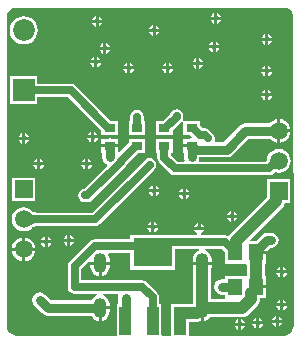
<source format=gbl>
G04*
G04 #@! TF.GenerationSoftware,Altium Limited,Altium Designer,21.6.1 (37)*
G04*
G04 Layer_Physical_Order=2*
G04 Layer_Color=16711680*
%FSLAX24Y24*%
%MOIN*%
G70*
G04*
G04 #@! TF.SameCoordinates,2CDDA2BD-A9AE-4566-A957-8AB6CD1B29DF*
G04*
G04*
G04 #@! TF.FilePolarity,Positive*
G04*
G01*
G75*
%ADD34C,0.0250*%
%ADD35C,0.0300*%
%ADD36C,0.0400*%
%ADD37O,0.0433X0.0669*%
%ADD38C,0.0591*%
%ADD39R,0.0591X0.0591*%
%ADD40C,0.0728*%
%ADD41R,0.0728X0.0728*%
%ADD42C,0.0157*%
%ADD43R,0.0472X0.0551*%
%ADD44R,0.0394X0.0945*%
%ADD45R,0.1299X0.0945*%
%ADD46R,0.0354X0.0276*%
G36*
X9474Y11042D02*
X9546Y11012D01*
X9609Y10964D01*
X9657Y10901D01*
X9687Y10828D01*
X9691Y10798D01*
X9697Y10750D01*
X9697Y10700D01*
X9700Y446D01*
X9700Y446D01*
X9700D01*
X9700Y446D01*
X9689Y367D01*
X9656Y287D01*
X9603Y218D01*
X9534Y165D01*
X9453Y131D01*
X9408Y125D01*
X9360Y121D01*
X9357Y121D01*
X9311Y121D01*
X6238Y121D01*
X6202Y156D01*
Y573D01*
X6204Y586D01*
X6489D01*
X6567Y597D01*
X6600Y610D01*
Y1050D01*
X6700D01*
Y619D01*
X6733Y624D01*
X6810Y655D01*
X6876Y706D01*
X6907Y747D01*
X7986D01*
X8064Y758D01*
X8137Y788D01*
X8200Y836D01*
X8500Y1136D01*
X8548Y1199D01*
X8579Y1272D01*
X8589Y1350D01*
Y1374D01*
X8795D01*
Y1700D01*
X8459D01*
Y1800D01*
X8795D01*
Y2126D01*
X8761D01*
Y2524D01*
X8795D01*
Y2850D01*
X8459D01*
Y2950D01*
X8830D01*
X8925Y3045D01*
X8950D01*
X9048Y3065D01*
X9130Y3120D01*
X9185Y3202D01*
X9205Y3300D01*
X9185Y3398D01*
X9130Y3480D01*
X9048Y3535D01*
X8950Y3555D01*
X8819D01*
X8777Y3546D01*
X8722Y3535D01*
X8722Y3535D01*
X8722D01*
X8690Y3515D01*
X8639Y3480D01*
X8434Y3276D01*
X8269D01*
X8250Y3322D01*
X9319Y4391D01*
X9367Y4453D01*
X9397Y4526D01*
X9401Y4555D01*
X9595D01*
Y5345D01*
X8805D01*
Y4874D01*
X8802Y4855D01*
Y4730D01*
X7572Y3500D01*
X7524Y3438D01*
X7488Y3462D01*
X7400Y3479D01*
X6614D01*
X6609Y3529D01*
X6620Y3532D01*
X6679Y3571D01*
X6718Y3630D01*
X6722Y3650D01*
X6378D01*
X6382Y3630D01*
X6421Y3571D01*
X6480Y3532D01*
X6491Y3529D01*
X6486Y3479D01*
X5900D01*
X5887Y3477D01*
X5347D01*
X5325Y3472D01*
X4250D01*
Y3335D01*
X3066D01*
X2978Y3318D01*
X2978Y3318D01*
X2903Y3268D01*
X2238Y2602D01*
X2188Y2528D01*
X2171Y2440D01*
Y1750D01*
X2188Y1662D01*
X2238Y1588D01*
X2312Y1538D01*
X2400Y1521D01*
X3142D01*
X3152Y1471D01*
X3089Y1445D01*
X3023Y1394D01*
X2972Y1328D01*
X2962Y1305D01*
X1606D01*
X1422Y1489D01*
X1339Y1544D01*
X1241Y1564D01*
X1144Y1544D01*
X1061Y1489D01*
X1006Y1406D01*
X986Y1309D01*
X1006Y1211D01*
X1061Y1128D01*
X1320Y870D01*
X1402Y815D01*
X1500Y795D01*
X2962D01*
X2972Y772D01*
X3023Y706D01*
X3089Y655D01*
X3166Y624D01*
X3198Y619D01*
Y1050D01*
X3248D01*
Y1100D01*
X3568D01*
Y1168D01*
X3557Y1251D01*
X3525Y1328D01*
X3474Y1394D01*
X3408Y1445D01*
X3345Y1471D01*
X3355Y1521D01*
X3839D01*
X3865Y1479D01*
X3864Y1471D01*
X3845Y1375D01*
Y1189D01*
X3798D01*
Y120D01*
X533Y120D01*
X483Y120D01*
X435Y126D01*
X397Y131D01*
X317Y164D01*
X249Y216D01*
X196Y285D01*
X163Y364D01*
X159Y402D01*
X153Y450D01*
X153Y450D01*
X153Y499D01*
Y10785D01*
X153Y10786D01*
X162Y10854D01*
X188Y10919D01*
X231Y10974D01*
X286Y11016D01*
X351Y11043D01*
X419Y11052D01*
X420Y11052D01*
X9395D01*
X9397Y11052D01*
X9474Y11042D01*
D02*
G37*
G36*
X7414Y2912D02*
Y2524D01*
X8072D01*
X8086Y2524D01*
Y2524D01*
X8106D01*
X8156Y2488D01*
Y2162D01*
X8122Y2126D01*
X8086D01*
Y2126D01*
X7414D01*
Y2005D01*
X7300D01*
X7202Y1985D01*
X7120Y1930D01*
X7065Y1848D01*
X7045Y1750D01*
X7065Y1652D01*
X7120Y1570D01*
X7202Y1515D01*
X7300Y1495D01*
X7414D01*
Y1374D01*
X7373Y1353D01*
X6953D01*
Y2331D01*
X6958Y2345D01*
X6969Y2428D01*
Y2496D01*
X6331D01*
Y2428D01*
X6342Y2345D01*
X6347Y2331D01*
Y1265D01*
X6342Y1251D01*
X6334Y1192D01*
X5909D01*
X5909Y1192D01*
X5889Y1189D01*
X5609D01*
Y929D01*
X5603Y886D01*
Y617D01*
X5609Y573D01*
Y120D01*
X5332Y120D01*
X5297Y156D01*
Y1189D01*
X5229D01*
Y1400D01*
X5212Y1488D01*
X5162Y1562D01*
X4812Y1912D01*
X4738Y1962D01*
X4650Y1979D01*
X2629D01*
Y2345D01*
X2883Y2599D01*
X2889Y2596D01*
X3568D01*
Y2664D01*
X3557Y2747D01*
X3525Y2824D01*
X3519Y2831D01*
X3541Y2876D01*
X4250D01*
Y2328D01*
X5750D01*
Y3018D01*
X5897D01*
X5910Y3021D01*
X6558D01*
X6567Y2973D01*
X6490Y2941D01*
X6424Y2890D01*
X6374Y2824D01*
X6342Y2747D01*
X6331Y2664D01*
Y2596D01*
X6969D01*
Y2664D01*
X6958Y2747D01*
X6926Y2824D01*
X6876Y2890D01*
X6810Y2941D01*
X6733Y2973D01*
X6742Y3021D01*
X7305D01*
X7414Y2912D01*
D02*
G37*
%LPC*%
G36*
X7150Y10872D02*
Y10750D01*
X7272D01*
X7268Y10770D01*
X7229Y10829D01*
X7170Y10868D01*
X7150Y10872D01*
D02*
G37*
G36*
X7050D02*
X7030Y10868D01*
X6971Y10829D01*
X6932Y10770D01*
X6928Y10750D01*
X7050D01*
Y10872D01*
D02*
G37*
G36*
X3200Y10772D02*
Y10650D01*
X3322D01*
X3318Y10670D01*
X3279Y10729D01*
X3220Y10768D01*
X3200Y10772D01*
D02*
G37*
G36*
X3100D02*
X3080Y10768D01*
X3021Y10729D01*
X2982Y10670D01*
X2978Y10650D01*
X3100D01*
Y10772D01*
D02*
G37*
G36*
X7272Y10650D02*
X7150D01*
Y10528D01*
X7170Y10532D01*
X7229Y10571D01*
X7268Y10630D01*
X7272Y10650D01*
D02*
G37*
G36*
X7050D02*
X6928D01*
X6932Y10630D01*
X6971Y10571D01*
X7030Y10532D01*
X7050Y10528D01*
Y10650D01*
D02*
G37*
G36*
X3322Y10550D02*
X3200D01*
Y10428D01*
X3220Y10432D01*
X3279Y10471D01*
X3318Y10530D01*
X3322Y10550D01*
D02*
G37*
G36*
X3100D02*
X2978D01*
X2982Y10530D01*
X3021Y10471D01*
X3080Y10432D01*
X3100Y10428D01*
Y10550D01*
D02*
G37*
G36*
X5100Y10472D02*
Y10350D01*
X5222D01*
X5218Y10370D01*
X5179Y10429D01*
X5120Y10468D01*
X5100Y10472D01*
D02*
G37*
G36*
X5000D02*
X4980Y10468D01*
X4921Y10429D01*
X4882Y10370D01*
X4878Y10350D01*
X5000D01*
Y10472D01*
D02*
G37*
G36*
X5222Y10250D02*
X5100D01*
Y10128D01*
X5120Y10132D01*
X5179Y10171D01*
X5218Y10230D01*
X5222Y10250D01*
D02*
G37*
G36*
X5000D02*
X4878D01*
X4882Y10230D01*
X4921Y10171D01*
X4980Y10132D01*
X5000Y10128D01*
Y10250D01*
D02*
G37*
G36*
X8850Y10172D02*
Y10050D01*
X8972D01*
X8968Y10070D01*
X8929Y10129D01*
X8870Y10168D01*
X8850Y10172D01*
D02*
G37*
G36*
X8750D02*
X8730Y10168D01*
X8671Y10129D01*
X8632Y10070D01*
X8628Y10050D01*
X8750D01*
Y10172D01*
D02*
G37*
G36*
X700Y10768D02*
X579Y10752D01*
X466Y10705D01*
X369Y10631D01*
X295Y10534D01*
X248Y10421D01*
X232Y10300D01*
X248Y10179D01*
X295Y10066D01*
X369Y9969D01*
X466Y9895D01*
X579Y9848D01*
X700Y9832D01*
X821Y9848D01*
X934Y9895D01*
X1031Y9969D01*
X1105Y10066D01*
X1152Y10179D01*
X1168Y10300D01*
X1152Y10421D01*
X1105Y10534D01*
X1031Y10631D01*
X934Y10705D01*
X821Y10752D01*
X700Y10768D01*
D02*
G37*
G36*
X8972Y9950D02*
X8850D01*
Y9828D01*
X8870Y9832D01*
X8929Y9871D01*
X8968Y9930D01*
X8972Y9950D01*
D02*
G37*
G36*
X8750D02*
X8628D01*
X8632Y9930D01*
X8671Y9871D01*
X8730Y9832D01*
X8750Y9828D01*
Y9950D01*
D02*
G37*
G36*
X7100Y9922D02*
Y9800D01*
X7222D01*
X7218Y9820D01*
X7179Y9879D01*
X7120Y9918D01*
X7100Y9922D01*
D02*
G37*
G36*
X7000D02*
X6980Y9918D01*
X6921Y9879D01*
X6882Y9820D01*
X6878Y9800D01*
X7000D01*
Y9922D01*
D02*
G37*
G36*
X3450Y9872D02*
Y9750D01*
X3572D01*
X3568Y9770D01*
X3529Y9829D01*
X3470Y9868D01*
X3450Y9872D01*
D02*
G37*
G36*
X3350D02*
X3330Y9868D01*
X3271Y9829D01*
X3232Y9770D01*
X3228Y9750D01*
X3350D01*
Y9872D01*
D02*
G37*
G36*
X7222Y9700D02*
X7100D01*
Y9578D01*
X7120Y9582D01*
X7179Y9621D01*
X7218Y9680D01*
X7222Y9700D01*
D02*
G37*
G36*
X7000D02*
X6878D01*
X6882Y9680D01*
X6921Y9621D01*
X6980Y9582D01*
X7000Y9578D01*
Y9700D01*
D02*
G37*
G36*
X3572Y9650D02*
X3450D01*
Y9528D01*
X3470Y9532D01*
X3529Y9571D01*
X3568Y9630D01*
X3572Y9650D01*
D02*
G37*
G36*
X3350D02*
X3228D01*
X3232Y9630D01*
X3271Y9571D01*
X3330Y9532D01*
X3350Y9528D01*
Y9650D01*
D02*
G37*
G36*
X3150Y9422D02*
Y9300D01*
X3272D01*
X3268Y9320D01*
X3229Y9379D01*
X3170Y9418D01*
X3150Y9422D01*
D02*
G37*
G36*
X3050D02*
X3030Y9418D01*
X2971Y9379D01*
X2932Y9320D01*
X2928Y9300D01*
X3050D01*
Y9422D01*
D02*
G37*
G36*
X6550Y9372D02*
Y9250D01*
X6672D01*
X6668Y9270D01*
X6629Y9329D01*
X6570Y9368D01*
X6550Y9372D01*
D02*
G37*
G36*
X6450D02*
X6430Y9368D01*
X6371Y9329D01*
X6332Y9270D01*
X6328Y9250D01*
X6450D01*
Y9372D01*
D02*
G37*
G36*
X5550Y9222D02*
Y9100D01*
X5672D01*
X5668Y9120D01*
X5629Y9179D01*
X5570Y9218D01*
X5550Y9222D01*
D02*
G37*
G36*
X5450D02*
X5430Y9218D01*
X5371Y9179D01*
X5332Y9120D01*
X5328Y9100D01*
X5450D01*
Y9222D01*
D02*
G37*
G36*
X4250D02*
Y9100D01*
X4372D01*
X4368Y9120D01*
X4329Y9179D01*
X4270Y9218D01*
X4250Y9222D01*
D02*
G37*
G36*
X4150D02*
X4130Y9218D01*
X4071Y9179D01*
X4032Y9120D01*
X4028Y9100D01*
X4150D01*
Y9222D01*
D02*
G37*
G36*
X3272Y9200D02*
X3150D01*
Y9078D01*
X3170Y9082D01*
X3229Y9121D01*
X3268Y9180D01*
X3272Y9200D01*
D02*
G37*
G36*
X3050D02*
X2928D01*
X2932Y9180D01*
X2971Y9121D01*
X3030Y9082D01*
X3050Y9078D01*
Y9200D01*
D02*
G37*
G36*
X6672Y9150D02*
X6550D01*
Y9028D01*
X6570Y9032D01*
X6629Y9071D01*
X6668Y9130D01*
X6672Y9150D01*
D02*
G37*
G36*
X6450D02*
X6328D01*
X6332Y9130D01*
X6371Y9071D01*
X6430Y9032D01*
X6450Y9028D01*
Y9150D01*
D02*
G37*
G36*
X8850Y9122D02*
Y9000D01*
X8972D01*
X8968Y9020D01*
X8929Y9079D01*
X8870Y9118D01*
X8850Y9122D01*
D02*
G37*
G36*
X8750D02*
X8730Y9118D01*
X8671Y9079D01*
X8632Y9020D01*
X8628Y9000D01*
X8750D01*
Y9122D01*
D02*
G37*
G36*
X5672Y9000D02*
X5550D01*
Y8878D01*
X5570Y8882D01*
X5629Y8921D01*
X5668Y8980D01*
X5672Y9000D01*
D02*
G37*
G36*
X5450D02*
X5328D01*
X5332Y8980D01*
X5371Y8921D01*
X5430Y8882D01*
X5450Y8878D01*
Y9000D01*
D02*
G37*
G36*
X4372D02*
X4250D01*
Y8878D01*
X4270Y8882D01*
X4329Y8921D01*
X4368Y8980D01*
X4372Y9000D01*
D02*
G37*
G36*
X4150D02*
X4028D01*
X4032Y8980D01*
X4071Y8921D01*
X4130Y8882D01*
X4150Y8878D01*
Y9000D01*
D02*
G37*
G36*
X8972Y8900D02*
X8850D01*
Y8778D01*
X8870Y8782D01*
X8929Y8821D01*
X8968Y8880D01*
X8972Y8900D01*
D02*
G37*
G36*
X8750D02*
X8628D01*
X8632Y8880D01*
X8671Y8821D01*
X8730Y8782D01*
X8750Y8778D01*
Y8900D01*
D02*
G37*
G36*
X8850Y8322D02*
Y8200D01*
X8972D01*
X8968Y8220D01*
X8929Y8279D01*
X8870Y8318D01*
X8850Y8322D01*
D02*
G37*
G36*
X8750D02*
X8730Y8318D01*
X8671Y8279D01*
X8632Y8220D01*
X8628Y8200D01*
X8750D01*
Y8322D01*
D02*
G37*
G36*
X8972Y8100D02*
X8850D01*
Y7978D01*
X8870Y7982D01*
X8929Y8021D01*
X8968Y8080D01*
X8972Y8100D01*
D02*
G37*
G36*
X8750D02*
X8628D01*
X8632Y8080D01*
X8671Y8021D01*
X8730Y7982D01*
X8750Y7978D01*
Y8100D01*
D02*
G37*
G36*
X9250Y7342D02*
Y7000D01*
X9592D01*
X9585Y7053D01*
X9545Y7149D01*
X9482Y7232D01*
X9399Y7295D01*
X9303Y7335D01*
X9250Y7342D01*
D02*
G37*
G36*
X4478Y7652D02*
X4390Y7634D01*
X4316Y7584D01*
X4266Y7510D01*
X4248Y7422D01*
Y7283D01*
X4201D01*
Y6807D01*
X4755D01*
Y7283D01*
X4707D01*
Y7422D01*
X4690Y7510D01*
X4640Y7584D01*
X4566Y7634D01*
X4478Y7652D01*
D02*
G37*
G36*
X1164Y8764D02*
X236D01*
Y7836D01*
X1164D01*
Y8071D01*
X2178D01*
X3289Y6959D01*
Y6807D01*
X3844D01*
Y7283D01*
X3614D01*
X2435Y8462D01*
X2360Y8512D01*
X2273Y8529D01*
X1164D01*
Y8764D01*
D02*
G37*
G36*
X3050Y6922D02*
Y6800D01*
X3172D01*
X3168Y6820D01*
X3129Y6879D01*
X3070Y6918D01*
X3050Y6922D01*
D02*
G37*
G36*
X2950D02*
X2930Y6918D01*
X2871Y6879D01*
X2832Y6820D01*
X2828Y6800D01*
X2950D01*
Y6922D01*
D02*
G37*
G36*
X750Y6872D02*
Y6750D01*
X872D01*
X868Y6770D01*
X829Y6829D01*
X770Y6868D01*
X750Y6872D01*
D02*
G37*
G36*
X650D02*
X630Y6868D01*
X571Y6829D01*
X532Y6770D01*
X528Y6750D01*
X650D01*
Y6872D01*
D02*
G37*
G36*
X3172Y6700D02*
X3050D01*
Y6578D01*
X3070Y6582D01*
X3129Y6621D01*
X3168Y6680D01*
X3172Y6700D01*
D02*
G37*
G36*
X2950D02*
X2828D01*
X2832Y6680D01*
X2871Y6621D01*
X2930Y6582D01*
X2950Y6578D01*
Y6700D01*
D02*
G37*
G36*
X9592Y6900D02*
X9250D01*
Y6558D01*
X9303Y6565D01*
X9399Y6605D01*
X9482Y6668D01*
X9545Y6751D01*
X9585Y6847D01*
X9592Y6900D01*
D02*
G37*
G36*
X5800Y7679D02*
X5712Y7662D01*
X5638Y7612D01*
X5588Y7538D01*
X5586Y7527D01*
X5342Y7283D01*
X5112D01*
Y6807D01*
X5666D01*
Y6959D01*
X5962Y7255D01*
X5973Y7271D01*
X6023Y7256D01*
X6023Y7241D01*
Y6807D01*
X6253D01*
X6301Y6760D01*
X6300Y6747D01*
X6283Y6706D01*
X6214Y6693D01*
X6023D01*
Y6505D01*
X6300D01*
Y6405D01*
X6023D01*
Y6217D01*
X6045D01*
Y6075D01*
X6064Y5979D01*
X6065Y5971D01*
X6039Y5929D01*
X5845D01*
X5618Y6156D01*
Y6217D01*
X5666D01*
Y6693D01*
X5112D01*
Y6217D01*
X5159D01*
Y6061D01*
X5177Y5973D01*
X5227Y5899D01*
X5588Y5538D01*
X5662Y5488D01*
X5750Y5471D01*
X8883D01*
X8971Y5488D01*
X9046Y5538D01*
X9080Y5572D01*
X9097Y5565D01*
X9200Y5551D01*
X9303Y5565D01*
X9399Y5605D01*
X9482Y5668D01*
X9545Y5751D01*
X9585Y5847D01*
X9599Y5950D01*
X9585Y6053D01*
X9545Y6149D01*
X9482Y6232D01*
X9399Y6295D01*
X9303Y6335D01*
X9200Y6349D01*
X9097Y6335D01*
X9001Y6295D01*
X8918Y6232D01*
X8855Y6149D01*
X8815Y6053D01*
X8801Y5950D01*
X8757Y5929D01*
X6561D01*
X6535Y5971D01*
X6536Y5979D01*
X6554Y6070D01*
X7471D01*
X7568Y6090D01*
X7651Y6145D01*
X8201Y6695D01*
X8897D01*
X8918Y6668D01*
X9001Y6605D01*
X9097Y6565D01*
X9150Y6558D01*
Y6950D01*
Y7342D01*
X9097Y7335D01*
X9001Y7295D01*
X8918Y7232D01*
X8897Y7205D01*
X8096D01*
X7998Y7185D01*
X7915Y7130D01*
X7365Y6580D01*
X7096D01*
X7065Y6630D01*
X7079Y6700D01*
X7062Y6788D01*
X7012Y6862D01*
X6895Y6980D01*
X6820Y7029D01*
X6732Y7047D01*
X6662D01*
X6577Y7132D01*
Y7283D01*
X6062D01*
X6041Y7283D01*
X6011Y7328D01*
X6012Y7329D01*
X6012Y7329D01*
X6012Y7329D01*
X6022Y7380D01*
X6029Y7417D01*
Y7450D01*
X6012Y7538D01*
X5962Y7612D01*
X5888Y7662D01*
X5800Y7679D01*
D02*
G37*
G36*
X872Y6650D02*
X750D01*
Y6528D01*
X770Y6532D01*
X829Y6571D01*
X868Y6630D01*
X872Y6650D01*
D02*
G37*
G36*
X650D02*
X528D01*
X532Y6630D01*
X571Y6571D01*
X630Y6532D01*
X650Y6528D01*
Y6650D01*
D02*
G37*
G36*
X3567Y6710D02*
X3481Y6693D01*
X3289D01*
Y6505D01*
X3844D01*
Y6693D01*
X3653D01*
X3567Y6710D01*
D02*
G37*
G36*
X4755Y6693D02*
X4201D01*
Y6541D01*
X3894Y6235D01*
X3844Y6255D01*
Y6405D01*
X3289D01*
Y6217D01*
X3312D01*
Y6074D01*
X3331Y5976D01*
X3386Y5894D01*
X3467Y5840D01*
X3474Y5834D01*
X3485Y5786D01*
X2723Y5024D01*
X2662Y5012D01*
X2588Y4962D01*
X2538Y4888D01*
X2521Y4800D01*
X2538Y4712D01*
X2588Y4638D01*
X2662Y4588D01*
X2750Y4571D01*
X2823D01*
X2911Y4588D01*
X2985Y4638D01*
X4104Y5756D01*
X4154Y5831D01*
X4157Y5849D01*
X4525Y6217D01*
X4755D01*
Y6693D01*
D02*
G37*
G36*
X2850Y6022D02*
Y5900D01*
X2972D01*
X2968Y5920D01*
X2929Y5979D01*
X2870Y6018D01*
X2850Y6022D01*
D02*
G37*
G36*
X2750D02*
X2730Y6018D01*
X2671Y5979D01*
X2632Y5920D01*
X2628Y5900D01*
X2750D01*
Y6022D01*
D02*
G37*
G36*
X1250D02*
Y5900D01*
X1372D01*
X1368Y5920D01*
X1329Y5979D01*
X1270Y6018D01*
X1250Y6022D01*
D02*
G37*
G36*
X1150D02*
X1130Y6018D01*
X1071Y5979D01*
X1032Y5920D01*
X1028Y5900D01*
X1150D01*
Y6022D01*
D02*
G37*
G36*
X2972Y5800D02*
X2850D01*
Y5678D01*
X2870Y5682D01*
X2929Y5721D01*
X2968Y5780D01*
X2972Y5800D01*
D02*
G37*
G36*
X2750D02*
X2628D01*
X2632Y5780D01*
X2671Y5721D01*
X2730Y5682D01*
X2750Y5678D01*
Y5800D01*
D02*
G37*
G36*
X1372D02*
X1250D01*
Y5678D01*
X1270Y5682D01*
X1329Y5721D01*
X1368Y5780D01*
X1372Y5800D01*
D02*
G37*
G36*
X1150D02*
X1028D01*
X1032Y5780D01*
X1071Y5721D01*
X1130Y5682D01*
X1150Y5678D01*
Y5800D01*
D02*
G37*
G36*
X5100Y5122D02*
Y5000D01*
X5222D01*
X5218Y5020D01*
X5179Y5079D01*
X5120Y5118D01*
X5100Y5122D01*
D02*
G37*
G36*
X5000D02*
X4980Y5118D01*
X4921Y5079D01*
X4882Y5020D01*
X4878Y5000D01*
X5000D01*
Y5122D01*
D02*
G37*
G36*
X6100Y5022D02*
Y4900D01*
X6222D01*
X6218Y4920D01*
X6179Y4979D01*
X6120Y5018D01*
X6100Y5022D01*
D02*
G37*
G36*
X6000D02*
X5980Y5018D01*
X5921Y4979D01*
X5882Y4920D01*
X5878Y4900D01*
X6000D01*
Y5022D01*
D02*
G37*
G36*
X5222Y4900D02*
X5100D01*
Y4778D01*
X5120Y4782D01*
X5179Y4821D01*
X5218Y4880D01*
X5222Y4900D01*
D02*
G37*
G36*
X5000D02*
X4878D01*
X4882Y4880D01*
X4921Y4821D01*
X4980Y4782D01*
X5000Y4778D01*
Y4900D01*
D02*
G37*
G36*
X6222Y4800D02*
X6100D01*
Y4678D01*
X6120Y4682D01*
X6179Y4721D01*
X6218Y4780D01*
X6222Y4800D01*
D02*
G37*
G36*
X6000D02*
X5878D01*
X5882Y4780D01*
X5921Y4721D01*
X5980Y4682D01*
X6000Y4678D01*
Y4800D01*
D02*
G37*
G36*
X1095Y5395D02*
X305D01*
Y4605D01*
X1095D01*
Y5395D01*
D02*
G37*
G36*
X4900Y6054D02*
X4812Y6037D01*
X4738Y5987D01*
X2980Y4229D01*
X1100D01*
X1098Y4230D01*
X1078Y4233D01*
X1059Y4237D01*
X1043Y4242D01*
X1028Y4248D01*
X1015Y4254D01*
X1004Y4261D01*
X993Y4269D01*
X987Y4275D01*
X982Y4282D01*
X899Y4345D01*
X803Y4385D01*
X700Y4399D01*
X597Y4385D01*
X501Y4345D01*
X418Y4282D01*
X355Y4199D01*
X315Y4103D01*
X301Y4000D01*
X315Y3897D01*
X355Y3801D01*
X418Y3718D01*
X501Y3655D01*
X597Y3615D01*
X700Y3601D01*
X803Y3615D01*
X899Y3655D01*
X982Y3718D01*
X987Y3725D01*
X993Y3731D01*
X1004Y3739D01*
X1015Y3746D01*
X1028Y3752D01*
X1043Y3758D01*
X1059Y3763D01*
X1078Y3767D01*
X1098Y3770D01*
X1100Y3771D01*
X3075D01*
X3163Y3788D01*
X3237Y3838D01*
X5062Y5663D01*
X5112Y5737D01*
X5129Y5825D01*
X5112Y5913D01*
X5062Y5987D01*
X4988Y6037D01*
X4900Y6054D01*
D02*
G37*
G36*
X7700Y4272D02*
Y4150D01*
X7822D01*
X7818Y4170D01*
X7779Y4229D01*
X7720Y4268D01*
X7700Y4272D01*
D02*
G37*
G36*
X7600D02*
X7580Y4268D01*
X7521Y4229D01*
X7482Y4170D01*
X7478Y4150D01*
X7600D01*
Y4272D01*
D02*
G37*
G36*
X7822Y4050D02*
X7700D01*
Y3928D01*
X7720Y3932D01*
X7779Y3971D01*
X7818Y4030D01*
X7822Y4050D01*
D02*
G37*
G36*
X7600D02*
X7478D01*
X7482Y4030D01*
X7521Y3971D01*
X7580Y3932D01*
X7600Y3928D01*
Y4050D01*
D02*
G37*
G36*
X5050Y3922D02*
Y3800D01*
X5172D01*
X5168Y3820D01*
X5129Y3879D01*
X5070Y3918D01*
X5050Y3922D01*
D02*
G37*
G36*
X4950D02*
X4930Y3918D01*
X4871Y3879D01*
X4832Y3820D01*
X4828Y3800D01*
X4950D01*
Y3922D01*
D02*
G37*
G36*
X6600Y3872D02*
Y3750D01*
X6722D01*
X6718Y3770D01*
X6679Y3829D01*
X6620Y3868D01*
X6600Y3872D01*
D02*
G37*
G36*
X6500D02*
X6480Y3868D01*
X6421Y3829D01*
X6382Y3770D01*
X6378Y3750D01*
X6500D01*
Y3872D01*
D02*
G37*
G36*
X5172Y3700D02*
X5050D01*
Y3578D01*
X5070Y3582D01*
X5129Y3621D01*
X5168Y3680D01*
X5172Y3700D01*
D02*
G37*
G36*
X4950D02*
X4828D01*
X4832Y3680D01*
X4871Y3621D01*
X4930Y3582D01*
X4950Y3578D01*
Y3700D01*
D02*
G37*
G36*
X2250Y3472D02*
Y3350D01*
X2372D01*
X2368Y3370D01*
X2329Y3429D01*
X2270Y3468D01*
X2250Y3472D01*
D02*
G37*
G36*
X2150D02*
X2130Y3468D01*
X2071Y3429D01*
X2032Y3370D01*
X2028Y3350D01*
X2150D01*
Y3472D01*
D02*
G37*
G36*
X1500Y3422D02*
Y3300D01*
X1622D01*
X1618Y3320D01*
X1579Y3379D01*
X1520Y3418D01*
X1500Y3422D01*
D02*
G37*
G36*
X1400D02*
X1380Y3418D01*
X1321Y3379D01*
X1282Y3320D01*
X1278Y3300D01*
X1400D01*
Y3422D01*
D02*
G37*
G36*
X2372Y3250D02*
X2250D01*
Y3128D01*
X2270Y3132D01*
X2329Y3171D01*
X2368Y3230D01*
X2372Y3250D01*
D02*
G37*
G36*
X2150D02*
X2028D01*
X2032Y3230D01*
X2071Y3171D01*
X2130Y3132D01*
X2150Y3128D01*
Y3250D01*
D02*
G37*
G36*
X1622Y3200D02*
X1500D01*
Y3078D01*
X1520Y3082D01*
X1579Y3121D01*
X1618Y3180D01*
X1622Y3200D01*
D02*
G37*
G36*
X1400D02*
X1278D01*
X1282Y3180D01*
X1321Y3121D01*
X1380Y3082D01*
X1400Y3078D01*
Y3200D01*
D02*
G37*
G36*
X750Y3392D02*
Y3050D01*
X1092D01*
X1085Y3103D01*
X1045Y3199D01*
X982Y3282D01*
X899Y3345D01*
X803Y3385D01*
X750Y3392D01*
D02*
G37*
G36*
X650D02*
X597Y3385D01*
X501Y3345D01*
X418Y3282D01*
X355Y3199D01*
X315Y3103D01*
X308Y3050D01*
X650D01*
Y3392D01*
D02*
G37*
G36*
X1092Y2950D02*
X750D01*
Y2608D01*
X803Y2615D01*
X899Y2655D01*
X982Y2718D01*
X1045Y2801D01*
X1085Y2897D01*
X1092Y2950D01*
D02*
G37*
G36*
X650D02*
X308D01*
X315Y2897D01*
X355Y2801D01*
X418Y2718D01*
X501Y2655D01*
X597Y2615D01*
X650Y2608D01*
Y2950D01*
D02*
G37*
G36*
X9350Y2422D02*
Y2300D01*
X9472D01*
X9468Y2320D01*
X9429Y2379D01*
X9370Y2418D01*
X9350Y2422D01*
D02*
G37*
G36*
X9250D02*
X9230Y2418D01*
X9171Y2379D01*
X9132Y2320D01*
X9128Y2300D01*
X9250D01*
Y2422D01*
D02*
G37*
G36*
X9472Y2200D02*
X9350D01*
Y2078D01*
X9370Y2082D01*
X9429Y2121D01*
X9468Y2180D01*
X9472Y2200D01*
D02*
G37*
G36*
X9250D02*
X9128D01*
X9132Y2180D01*
X9171Y2121D01*
X9230Y2082D01*
X9250Y2078D01*
Y2200D01*
D02*
G37*
G36*
X9350Y1322D02*
Y1200D01*
X9472D01*
X9468Y1220D01*
X9429Y1279D01*
X9370Y1318D01*
X9350Y1322D01*
D02*
G37*
G36*
X9250D02*
X9230Y1318D01*
X9171Y1279D01*
X9132Y1220D01*
X9128Y1200D01*
X9250D01*
Y1322D01*
D02*
G37*
G36*
X9472Y1100D02*
X9350D01*
Y978D01*
X9370Y982D01*
X9429Y1021D01*
X9468Y1080D01*
X9472Y1100D01*
D02*
G37*
G36*
X9250D02*
X9128D01*
X9132Y1080D01*
X9171Y1021D01*
X9230Y982D01*
X9250Y978D01*
Y1100D01*
D02*
G37*
G36*
X9200Y772D02*
Y650D01*
X9322D01*
X9318Y670D01*
X9279Y729D01*
X9220Y768D01*
X9200Y772D01*
D02*
G37*
G36*
X9100D02*
X9080Y768D01*
X9021Y729D01*
X8982Y670D01*
X8978Y650D01*
X9100D01*
Y772D01*
D02*
G37*
G36*
X3568Y1000D02*
X3298D01*
Y619D01*
X3331Y624D01*
X3408Y655D01*
X3474Y706D01*
X3525Y772D01*
X3557Y849D01*
X3568Y932D01*
Y1000D01*
D02*
G37*
G36*
X8550Y722D02*
Y600D01*
X8672D01*
X8668Y620D01*
X8629Y679D01*
X8570Y718D01*
X8550Y722D01*
D02*
G37*
G36*
X8450D02*
X8430Y718D01*
X8371Y679D01*
X8332Y620D01*
X8328Y600D01*
X8450D01*
Y722D01*
D02*
G37*
G36*
X7950Y672D02*
Y550D01*
X8072D01*
X8068Y570D01*
X8029Y629D01*
X7970Y668D01*
X7950Y672D01*
D02*
G37*
G36*
X7850D02*
X7830Y668D01*
X7771Y629D01*
X7732Y570D01*
X7728Y550D01*
X7850D01*
Y672D01*
D02*
G37*
G36*
X9322Y550D02*
X9200D01*
Y428D01*
X9220Y432D01*
X9279Y471D01*
X9318Y530D01*
X9322Y550D01*
D02*
G37*
G36*
X9100D02*
X8978D01*
X8982Y530D01*
X9021Y471D01*
X9080Y432D01*
X9100Y428D01*
Y550D01*
D02*
G37*
G36*
X8672Y500D02*
X8550D01*
Y378D01*
X8570Y382D01*
X8629Y421D01*
X8668Y480D01*
X8672Y500D01*
D02*
G37*
G36*
X8450D02*
X8328D01*
X8332Y480D01*
X8371Y421D01*
X8430Y382D01*
X8450Y378D01*
Y500D01*
D02*
G37*
G36*
X8072Y450D02*
X7950D01*
Y328D01*
X7970Y332D01*
X8029Y371D01*
X8068Y430D01*
X8072Y450D01*
D02*
G37*
G36*
X7850D02*
X7728D01*
X7732Y430D01*
X7771Y371D01*
X7830Y332D01*
X7850Y328D01*
Y450D01*
D02*
G37*
%LPD*%
G36*
X928Y4191D02*
X946Y4177D01*
X966Y4165D01*
X987Y4154D01*
X1009Y4145D01*
X1033Y4138D01*
X1059Y4132D01*
X1086Y4128D01*
X1115Y4126D01*
X1145Y4125D01*
Y3875D01*
X1115Y3874D01*
X1086Y3872D01*
X1059Y3868D01*
X1033Y3862D01*
X1009Y3855D01*
X987Y3846D01*
X966Y3835D01*
X946Y3823D01*
X928Y3809D01*
X911Y3793D01*
Y4207D01*
X928Y4191D01*
D02*
G37*
%LPC*%
G36*
X3568Y2496D02*
X3298D01*
Y2115D01*
X3331Y2120D01*
X3408Y2151D01*
X3474Y2202D01*
X3525Y2268D01*
X3557Y2345D01*
X3568Y2428D01*
Y2496D01*
D02*
G37*
G36*
X3198D02*
X2929D01*
Y2428D01*
X2940Y2345D01*
X2972Y2268D01*
X3023Y2202D01*
X3089Y2151D01*
X3166Y2120D01*
X3198Y2115D01*
Y2496D01*
D02*
G37*
%LPD*%
D34*
X7750Y2900D02*
Y3051D01*
X7599D02*
X7750D01*
X3066Y3106D02*
X4794D01*
X5000Y2900D01*
X2400Y2440D02*
X3066Y3106D01*
X2400Y1750D02*
Y2440D01*
Y1750D02*
X4650D01*
X5000Y1400D01*
Y617D02*
Y1400D01*
X2750Y4800D02*
X2823D01*
X4438Y6455D02*
X4478D01*
X3942Y5958D02*
X4438Y6455D01*
X3942Y5919D02*
Y5958D01*
X2823Y4800D02*
X3942Y5919D01*
X3075Y4000D02*
X4900Y5825D01*
X700Y4000D02*
X3075D01*
X5428Y7045D02*
X5800Y7417D01*
X5389Y7045D02*
X5428D01*
X5800Y7417D02*
Y7450D01*
X2273Y8300D02*
X3527Y7045D01*
X3567D01*
X700Y8300D02*
X2273D01*
X4478Y7045D02*
Y7422D01*
X8883Y5700D02*
X9133Y5950D01*
X5750Y5700D02*
X8883D01*
X9133Y5950D02*
X9200D01*
X5389Y6061D02*
X5750Y5700D01*
X5389Y6061D02*
Y6455D01*
X6339Y7045D02*
X6567Y6818D01*
X6732D01*
X6850Y6700D01*
X6300Y7045D02*
X6339D01*
X5900Y3250D02*
X7400D01*
X7599Y3051D01*
X5000Y2900D02*
X5347Y3247D01*
X5897D01*
X5900Y3250D01*
D35*
X1241Y1309D02*
X1500Y1050D01*
X3248D01*
X8819Y3300D02*
X8950D01*
X8459Y2900D02*
Y2939D01*
X8819Y3300D01*
X6445Y6325D02*
X7471D01*
X8096Y6950D02*
X9200D01*
X7471Y6325D02*
X8096Y6950D01*
X6315Y6455D02*
X6445Y6325D01*
X6300Y6455D02*
X6315D01*
X7300Y1750D02*
X7750D01*
X4100Y622D02*
Y1375D01*
X3567Y6074D02*
Y6455D01*
X6300Y6075D02*
Y6455D01*
X4094Y617D02*
X4100Y622D01*
D36*
X8286Y1350D02*
Y1538D01*
X9105Y4855D02*
X9200Y4950D01*
X7786Y3286D02*
X9105Y4605D01*
X7786Y2936D02*
Y3286D01*
X9105Y4605D02*
Y4855D01*
X7750Y2900D02*
X7786Y2936D01*
X7986Y1050D02*
X8286Y1350D01*
X6650Y1050D02*
X7986D01*
X8459Y2900D02*
X8459D01*
Y1750D02*
Y2900D01*
X6526Y926D02*
X6635D01*
X5909Y889D02*
X6489D01*
X6650Y941D02*
Y1050D01*
X6635Y926D02*
X6650Y941D01*
X6489Y889D02*
X6526Y926D01*
X5906Y886D02*
X5909Y889D01*
X5906Y617D02*
Y886D01*
X6650Y1050D02*
Y2546D01*
D37*
D03*
X3248Y1050D02*
D03*
Y2546D02*
D03*
X6650Y1050D02*
D03*
D38*
X9200Y6950D02*
D03*
Y5950D02*
D03*
X700Y3000D02*
D03*
Y4000D02*
D03*
D39*
X9200Y4950D02*
D03*
X700Y5000D02*
D03*
D40*
Y10300D02*
D03*
D41*
Y8300D02*
D03*
D42*
X5050Y10300D02*
D03*
X8800Y8150D02*
D03*
Y8950D02*
D03*
Y10000D02*
D03*
X3100Y9250D02*
D03*
X1200Y5850D02*
D03*
X2800D02*
D03*
X6550Y3700D02*
D03*
X7650Y4100D02*
D03*
X5000Y3750D02*
D03*
X2200Y3300D02*
D03*
X1450Y3250D02*
D03*
X8500Y550D02*
D03*
X7900Y500D02*
D03*
X9150Y600D02*
D03*
X9300Y1150D02*
D03*
Y2250D02*
D03*
X6050Y4850D02*
D03*
X5050Y4950D02*
D03*
X3000Y6750D02*
D03*
X700Y6700D02*
D03*
X7100Y10700D02*
D03*
X7050Y9750D02*
D03*
X6500Y9200D02*
D03*
X5500Y9050D02*
D03*
X4200D02*
D03*
X3400Y9700D02*
D03*
X3150Y10600D02*
D03*
X1241Y1309D02*
D03*
X8950Y3300D02*
D03*
X7300Y1750D02*
D03*
X2400D02*
D03*
X4100Y1375D02*
D03*
X2750Y4800D02*
D03*
X3567Y6074D02*
D03*
X4900Y5825D02*
D03*
X5800Y7450D02*
D03*
X4478Y7422D02*
D03*
X6300Y6075D02*
D03*
X6850Y6700D02*
D03*
D43*
X8459Y2900D02*
D03*
X7750D02*
D03*
X8459Y1750D02*
D03*
X7750D02*
D03*
D44*
X5906Y617D02*
D03*
X5000D02*
D03*
X4094D02*
D03*
D45*
X5000Y2900D02*
D03*
D46*
X5389Y7045D02*
D03*
Y6455D02*
D03*
X6300Y7045D02*
D03*
Y6455D02*
D03*
X3567D02*
D03*
Y7045D02*
D03*
X4478Y6455D02*
D03*
Y7045D02*
D03*
M02*

</source>
